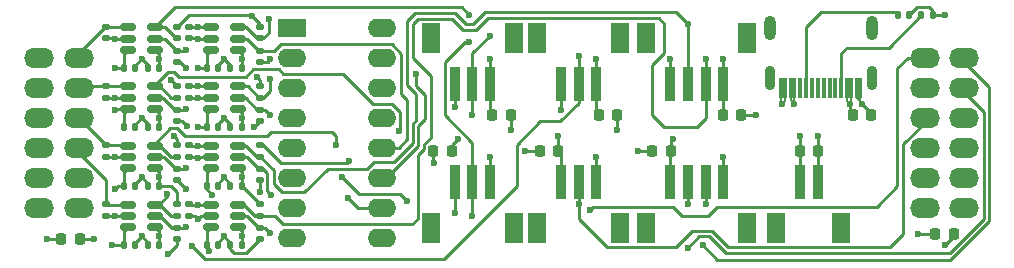
<source format=gbl>
G04 #@! TF.GenerationSoftware,KiCad,Pcbnew,7.0.9-7.0.9~ubuntu22.04.1*
G04 #@! TF.CreationDate,2023-11-24T17:50:00-08:00*
G04 #@! TF.ProjectId,pmod-level-conv-2,706d6f64-2d6c-4657-9665-6c2d636f6e76,rev?*
G04 #@! TF.SameCoordinates,Original*
G04 #@! TF.FileFunction,Copper,L4,Bot*
G04 #@! TF.FilePolarity,Positive*
%FSLAX46Y46*%
G04 Gerber Fmt 4.6, Leading zero omitted, Abs format (unit mm)*
G04 Created by KiCad (PCBNEW 7.0.9-7.0.9~ubuntu22.04.1) date 2023-11-24 17:50:00*
%MOMM*%
%LPD*%
G01*
G04 APERTURE LIST*
G04 Aperture macros list*
%AMRoundRect*
0 Rectangle with rounded corners*
0 $1 Rounding radius*
0 $2 $3 $4 $5 $6 $7 $8 $9 X,Y pos of 4 corners*
0 Add a 4 corners polygon primitive as box body*
4,1,4,$2,$3,$4,$5,$6,$7,$8,$9,$2,$3,0*
0 Add four circle primitives for the rounded corners*
1,1,$1+$1,$2,$3*
1,1,$1+$1,$4,$5*
1,1,$1+$1,$6,$7*
1,1,$1+$1,$8,$9*
0 Add four rect primitives between the rounded corners*
20,1,$1+$1,$2,$3,$4,$5,0*
20,1,$1+$1,$4,$5,$6,$7,0*
20,1,$1+$1,$6,$7,$8,$9,0*
20,1,$1+$1,$8,$9,$2,$3,0*%
G04 Aperture macros list end*
G04 #@! TA.AperFunction,ComponentPad*
%ADD10O,2.540000X1.700000*%
G04 #@! TD*
G04 #@! TA.AperFunction,ComponentPad*
%ADD11R,2.400000X1.600000*%
G04 #@! TD*
G04 #@! TA.AperFunction,ComponentPad*
%ADD12O,2.400000X1.600000*%
G04 #@! TD*
G04 #@! TA.AperFunction,SMDPad,CuDef*
%ADD13RoundRect,0.147500X-0.172500X0.147500X-0.172500X-0.147500X0.172500X-0.147500X0.172500X0.147500X0*%
G04 #@! TD*
G04 #@! TA.AperFunction,SMDPad,CuDef*
%ADD14RoundRect,0.150000X-0.512500X-0.150000X0.512500X-0.150000X0.512500X0.150000X-0.512500X0.150000X0*%
G04 #@! TD*
G04 #@! TA.AperFunction,SMDPad,CuDef*
%ADD15RoundRect,0.218750X-0.218750X-0.256250X0.218750X-0.256250X0.218750X0.256250X-0.218750X0.256250X0*%
G04 #@! TD*
G04 #@! TA.AperFunction,SMDPad,CuDef*
%ADD16RoundRect,0.218750X0.218750X0.256250X-0.218750X0.256250X-0.218750X-0.256250X0.218750X-0.256250X0*%
G04 #@! TD*
G04 #@! TA.AperFunction,SMDPad,CuDef*
%ADD17R,0.950000X3.000000*%
G04 #@! TD*
G04 #@! TA.AperFunction,SMDPad,CuDef*
%ADD18R,1.500000X2.500000*%
G04 #@! TD*
G04 #@! TA.AperFunction,SMDPad,CuDef*
%ADD19RoundRect,0.147500X0.147500X0.172500X-0.147500X0.172500X-0.147500X-0.172500X0.147500X-0.172500X0*%
G04 #@! TD*
G04 #@! TA.AperFunction,SMDPad,CuDef*
%ADD20RoundRect,0.147500X-0.147500X-0.172500X0.147500X-0.172500X0.147500X0.172500X-0.147500X0.172500X0*%
G04 #@! TD*
G04 #@! TA.AperFunction,SMDPad,CuDef*
%ADD21R,0.300000X1.750000*%
G04 #@! TD*
G04 #@! TA.AperFunction,ComponentPad*
%ADD22O,1.000000X2.100000*%
G04 #@! TD*
G04 #@! TA.AperFunction,ComponentPad*
%ADD23O,0.900000X2.100000*%
G04 #@! TD*
G04 #@! TA.AperFunction,ViaPad*
%ADD24C,0.600000*%
G04 #@! TD*
G04 #@! TA.AperFunction,Conductor*
%ADD25C,0.250000*%
G04 #@! TD*
G04 #@! TA.AperFunction,Conductor*
%ADD26C,0.200000*%
G04 #@! TD*
G04 APERTURE END LIST*
D10*
G04 #@! TO.P,J2,1,D0*
G04 #@! TO.N,/B1*
X127330000Y-93650000D03*
G04 #@! TO.P,J2,2,D1*
G04 #@! TO.N,/B2*
X127330000Y-96190000D03*
G04 #@! TO.P,J2,3,D2*
G04 #@! TO.N,/B3*
X127330000Y-98730000D03*
G04 #@! TO.P,J2,4,D3*
G04 #@! TO.N,/B4*
X127330000Y-101270000D03*
G04 #@! TO.P,J2,5,GND1*
G04 #@! TO.N,GND*
X127330000Y-103810000D03*
G04 #@! TO.P,J2,6,VCC1*
G04 #@! TO.N,VCC*
X127330000Y-106350000D03*
G04 #@! TO.P,J2,7,D4*
G04 #@! TO.N,/B5*
X130670000Y-93650000D03*
G04 #@! TO.P,J2,8,D5*
G04 #@! TO.N,/B6*
X130670000Y-96190000D03*
G04 #@! TO.P,J2,9,D6*
G04 #@! TO.N,/B7*
X130670000Y-98730000D03*
G04 #@! TO.P,J2,10,D7*
G04 #@! TO.N,/B8*
X130670000Y-101270000D03*
G04 #@! TO.P,J2,11,GND2*
G04 #@! TO.N,GND*
X130670000Y-103810000D03*
G04 #@! TO.P,J2,12,VCC2*
G04 #@! TO.N,VCC*
X130670000Y-106350000D03*
G04 #@! TD*
G04 #@! TO.P,J1,1,D0*
G04 #@! TO.N,/A1*
X55670000Y-93650000D03*
G04 #@! TO.P,J1,2,D1*
G04 #@! TO.N,/A2*
X55670000Y-96190000D03*
G04 #@! TO.P,J1,3,D2*
G04 #@! TO.N,/A3*
X55670000Y-98730000D03*
G04 #@! TO.P,J1,4,D3*
G04 #@! TO.N,/A4*
X55670000Y-101270000D03*
G04 #@! TO.P,J1,5,GND1*
G04 #@! TO.N,GND*
X55670000Y-103810000D03*
G04 #@! TO.P,J1,6,VCC1*
G04 #@! TO.N,+3.3V*
X55670000Y-106350000D03*
G04 #@! TO.P,J1,7,D4*
G04 #@! TO.N,/A5*
X52330000Y-93650000D03*
G04 #@! TO.P,J1,8,D5*
G04 #@! TO.N,/A6*
X52330000Y-96190000D03*
G04 #@! TO.P,J1,9,D6*
G04 #@! TO.N,/A7*
X52330000Y-98730000D03*
G04 #@! TO.P,J1,10,D7*
G04 #@! TO.N,/A8*
X52330000Y-101270000D03*
G04 #@! TO.P,J1,11,GND2*
G04 #@! TO.N,GND*
X52330000Y-103810000D03*
G04 #@! TO.P,J1,12,VCC2*
G04 #@! TO.N,+3.3V*
X52330000Y-106350000D03*
G04 #@! TD*
D11*
G04 #@! TO.P,SW1,1*
G04 #@! TO.N,+3.3V*
X73700000Y-91100000D03*
D12*
G04 #@! TO.P,SW1,2*
X73700000Y-93640000D03*
G04 #@! TO.P,SW1,3*
X73700000Y-96180000D03*
G04 #@! TO.P,SW1,4*
X73700000Y-98720000D03*
G04 #@! TO.P,SW1,5*
X73700000Y-101260000D03*
G04 #@! TO.P,SW1,6*
X73700000Y-103800000D03*
G04 #@! TO.P,SW1,7*
X73700000Y-106340000D03*
G04 #@! TO.P,SW1,8*
X73700000Y-108880000D03*
G04 #@! TO.P,SW1,9*
G04 #@! TO.N,/DIR8*
X81320000Y-108880000D03*
G04 #@! TO.P,SW1,10*
G04 #@! TO.N,/DIR7*
X81320000Y-106340000D03*
G04 #@! TO.P,SW1,11*
G04 #@! TO.N,/DIR6*
X81320000Y-103800000D03*
G04 #@! TO.P,SW1,12*
G04 #@! TO.N,/DIR5*
X81320000Y-101260000D03*
G04 #@! TO.P,SW1,13*
G04 #@! TO.N,/DIR4*
X81320000Y-98720000D03*
G04 #@! TO.P,SW1,14*
G04 #@! TO.N,/DIR3*
X81320000Y-96180000D03*
G04 #@! TO.P,SW1,15*
G04 #@! TO.N,/DIR2*
X81320000Y-93640000D03*
G04 #@! TO.P,SW1,16*
G04 #@! TO.N,/DIR1*
X81320000Y-91100000D03*
G04 #@! TD*
D13*
G04 #@! TO.P,R7,1*
G04 #@! TO.N,VCC*
X64000000Y-101015000D03*
G04 #@! TO.P,R7,2*
G04 #@! TO.N,/B3*
X64000000Y-101985000D03*
G04 #@! TD*
D14*
G04 #@! TO.P,U6,1,VCCA*
G04 #@! TO.N,+3.3V*
X66862500Y-97950000D03*
G04 #@! TO.P,U6,2,GND*
G04 #@! TO.N,GND*
X66862500Y-97000000D03*
G04 #@! TO.P,U6,3,A*
G04 #@! TO.N,/A6*
X66862500Y-96050000D03*
G04 #@! TO.P,U6,4,B*
G04 #@! TO.N,/B6*
X69137500Y-96050000D03*
G04 #@! TO.P,U6,5,DIR*
G04 #@! TO.N,/DIR6*
X69137500Y-97000000D03*
G04 #@! TO.P,U6,6,VCCB*
G04 #@! TO.N,VCC*
X69137500Y-97950000D03*
G04 #@! TD*
G04 #@! TO.P,U2,1,VCCA*
G04 #@! TO.N,+3.3V*
X59862500Y-97950000D03*
G04 #@! TO.P,U2,2,GND*
G04 #@! TO.N,GND*
X59862500Y-97000000D03*
G04 #@! TO.P,U2,3,A*
G04 #@! TO.N,/A2*
X59862500Y-96050000D03*
G04 #@! TO.P,U2,4,B*
G04 #@! TO.N,/B2*
X62137500Y-96050000D03*
G04 #@! TO.P,U2,5,DIR*
G04 #@! TO.N,/DIR2*
X62137500Y-97000000D03*
G04 #@! TO.P,U2,6,VCCB*
G04 #@! TO.N,VCC*
X62137500Y-97950000D03*
G04 #@! TD*
D15*
G04 #@! TO.P,C20,1*
G04 #@! TO.N,GND*
X94712500Y-101500000D03*
G04 #@! TO.P,C20,2*
G04 #@! TO.N,VCC*
X96287500Y-101500000D03*
G04 #@! TD*
D13*
G04 #@! TO.P,R19,1*
G04 #@! TO.N,VCC*
X71000000Y-101015000D03*
G04 #@! TO.P,R19,2*
G04 #@! TO.N,/B7*
X71000000Y-101985000D03*
G04 #@! TD*
D16*
G04 #@! TO.P,C23,1*
G04 #@! TO.N,GND*
X111787500Y-98500000D03*
G04 #@! TO.P,C23,2*
G04 #@! TO.N,VCC*
X110212500Y-98500000D03*
G04 #@! TD*
D15*
G04 #@! TO.P,C26,1*
G04 #@! TO.N,VCC*
X128212500Y-108500000D03*
G04 #@! TO.P,C26,2*
G04 #@! TO.N,GND*
X129787500Y-108500000D03*
G04 #@! TD*
D13*
G04 #@! TO.P,R16,1*
G04 #@! TO.N,VCC*
X71000000Y-96015000D03*
G04 #@! TO.P,R16,2*
G04 #@! TO.N,/B6*
X71000000Y-96985000D03*
G04 #@! TD*
D14*
G04 #@! TO.P,U1,1,VCCA*
G04 #@! TO.N,+3.3V*
X59862500Y-92950000D03*
G04 #@! TO.P,U1,2,GND*
G04 #@! TO.N,GND*
X59862500Y-92000000D03*
G04 #@! TO.P,U1,3,A*
G04 #@! TO.N,/A1*
X59862500Y-91050000D03*
G04 #@! TO.P,U1,4,B*
G04 #@! TO.N,/B1*
X62137500Y-91050000D03*
G04 #@! TO.P,U1,5,DIR*
G04 #@! TO.N,/DIR1*
X62137500Y-92000000D03*
G04 #@! TO.P,U1,6,VCCB*
G04 #@! TO.N,VCC*
X62137500Y-92950000D03*
G04 #@! TD*
D17*
G04 #@! TO.P,J3,1,Pin_1*
G04 #@! TO.N,GND*
X90500000Y-104133300D03*
G04 #@! TO.P,J3,2,Pin_2*
G04 #@! TO.N,/B1*
X89000000Y-104133300D03*
G04 #@! TO.P,J3,3,Pin_3*
G04 #@! TO.N,VCC*
X87500001Y-104133300D03*
D18*
G04 #@! TO.P,J3,NC*
G04 #@! TO.N,N/C*
X92500000Y-108033300D03*
X85500000Y-108033300D03*
G04 #@! TD*
D19*
G04 #@! TO.P,C16,1*
G04 #@! TO.N,VCC*
X69485000Y-109500000D03*
G04 #@! TO.P,C16,2*
G04 #@! TO.N,GND*
X68515000Y-109500000D03*
G04 #@! TD*
G04 #@! TO.P,C4,1*
G04 #@! TO.N,VCC*
X62485000Y-99500000D03*
G04 #@! TO.P,C4,2*
G04 #@! TO.N,GND*
X61515000Y-99500000D03*
G04 #@! TD*
D13*
G04 #@! TO.P,R23,1*
G04 #@! TO.N,/A8*
X65000000Y-106015000D03*
G04 #@! TO.P,R23,2*
G04 #@! TO.N,GND*
X65000000Y-106985000D03*
G04 #@! TD*
D19*
G04 #@! TO.P,C8,1*
G04 #@! TO.N,VCC*
X62485000Y-109500000D03*
G04 #@! TO.P,C8,2*
G04 #@! TO.N,GND*
X61515000Y-109500000D03*
G04 #@! TD*
D20*
G04 #@! TO.P,C7,1*
G04 #@! TO.N,+3.3V*
X59515000Y-109500000D03*
G04 #@! TO.P,C7,2*
G04 #@! TO.N,GND*
X60485000Y-109500000D03*
G04 #@! TD*
D13*
G04 #@! TO.P,R17,1*
G04 #@! TO.N,/A6*
X65000000Y-96015000D03*
G04 #@! TO.P,R17,2*
G04 #@! TO.N,GND*
X65000000Y-96985000D03*
G04 #@! TD*
D20*
G04 #@! TO.P,C5,1*
G04 #@! TO.N,+3.3V*
X59515000Y-104500000D03*
G04 #@! TO.P,C5,2*
G04 #@! TO.N,GND*
X60485000Y-104500000D03*
G04 #@! TD*
D13*
G04 #@! TO.P,R2,1*
G04 #@! TO.N,VCC*
X64000000Y-91015000D03*
G04 #@! TO.P,R2,2*
G04 #@! TO.N,/B1*
X64000000Y-91985000D03*
G04 #@! TD*
G04 #@! TO.P,R20,1*
G04 #@! TO.N,/A7*
X65000000Y-101015000D03*
G04 #@! TO.P,R20,2*
G04 #@! TO.N,GND*
X65000000Y-101985000D03*
G04 #@! TD*
G04 #@! TO.P,R1,1*
G04 #@! TO.N,/A1*
X58000000Y-91015000D03*
G04 #@! TO.P,R1,2*
G04 #@! TO.N,GND*
X58000000Y-91985000D03*
G04 #@! TD*
G04 #@! TO.P,R15,1*
G04 #@! TO.N,/DIR5*
X71000000Y-93015000D03*
G04 #@! TO.P,R15,2*
G04 #@! TO.N,GND*
X71000000Y-93985000D03*
G04 #@! TD*
G04 #@! TO.P,R22,1*
G04 #@! TO.N,VCC*
X71000000Y-106015000D03*
G04 #@! TO.P,R22,2*
G04 #@! TO.N,/B8*
X71000000Y-106985000D03*
G04 #@! TD*
D14*
G04 #@! TO.P,U8,1,VCCA*
G04 #@! TO.N,+3.3V*
X66916190Y-107950000D03*
G04 #@! TO.P,U8,2,GND*
G04 #@! TO.N,GND*
X66916190Y-107000000D03*
G04 #@! TO.P,U8,3,A*
G04 #@! TO.N,/A8*
X66916190Y-106050000D03*
G04 #@! TO.P,U8,4,B*
G04 #@! TO.N,/B8*
X69191190Y-106050000D03*
G04 #@! TO.P,U8,5,DIR*
G04 #@! TO.N,/DIR8*
X69191190Y-107000000D03*
G04 #@! TO.P,U8,6,VCCB*
G04 #@! TO.N,VCC*
X69191190Y-107950000D03*
G04 #@! TD*
D13*
G04 #@! TO.P,R21,1*
G04 #@! TO.N,/DIR7*
X71000000Y-103015000D03*
G04 #@! TO.P,R21,2*
G04 #@! TO.N,GND*
X71000000Y-103985000D03*
G04 #@! TD*
D20*
G04 #@! TO.P,C9,1*
G04 #@! TO.N,+3.3V*
X66515000Y-94500000D03*
G04 #@! TO.P,C9,2*
G04 #@! TO.N,GND*
X67485000Y-94500000D03*
G04 #@! TD*
D19*
G04 #@! TO.P,C2,1*
G04 #@! TO.N,VCC*
X62485000Y-94500000D03*
G04 #@! TO.P,C2,2*
G04 #@! TO.N,GND*
X61515000Y-94500000D03*
G04 #@! TD*
G04 #@! TO.P,C14,1*
G04 #@! TO.N,VCC*
X69485000Y-104500000D03*
G04 #@! TO.P,C14,2*
G04 #@! TO.N,GND*
X68515000Y-104500000D03*
G04 #@! TD*
D20*
G04 #@! TO.P,R26,1*
G04 #@! TO.N,Net-(J9-CC2)*
X127015000Y-90000000D03*
G04 #@! TO.P,R26,2*
G04 #@! TO.N,GND*
X127985000Y-90000000D03*
G04 #@! TD*
D13*
G04 #@! TO.P,R14,1*
G04 #@! TO.N,/A5*
X65000000Y-91015000D03*
G04 #@! TO.P,R14,2*
G04 #@! TO.N,GND*
X65000000Y-91985000D03*
G04 #@! TD*
D14*
G04 #@! TO.P,U3,1,VCCA*
G04 #@! TO.N,+3.3V*
X59862500Y-102950000D03*
G04 #@! TO.P,U3,2,GND*
G04 #@! TO.N,GND*
X59862500Y-102000000D03*
G04 #@! TO.P,U3,3,A*
G04 #@! TO.N,/A3*
X59862500Y-101050000D03*
G04 #@! TO.P,U3,4,B*
G04 #@! TO.N,/B3*
X62137500Y-101050000D03*
G04 #@! TO.P,U3,5,DIR*
G04 #@! TO.N,/DIR3*
X62137500Y-102000000D03*
G04 #@! TO.P,U3,6,VCCB*
G04 #@! TO.N,VCC*
X62137500Y-102950000D03*
G04 #@! TD*
D20*
G04 #@! TO.P,C3,1*
G04 #@! TO.N,+3.3V*
X59515000Y-99500000D03*
G04 #@! TO.P,C3,2*
G04 #@! TO.N,GND*
X60485000Y-99500000D03*
G04 #@! TD*
D21*
G04 #@! TO.P,J9,A1,GND*
G04 #@! TO.N,GND*
X115150000Y-96150000D03*
G04 #@! TO.P,J9,A4,VBUS*
G04 #@! TO.N,VCC*
X115950000Y-96150000D03*
G04 #@! TO.P,J9,A5,CC1*
G04 #@! TO.N,Net-(J9-CC1)*
X117250000Y-96150000D03*
G04 #@! TO.P,J9,A6,D+*
G04 #@! TO.N,unconnected-(J9-D+-PadA6)*
X118250000Y-96150000D03*
G04 #@! TO.P,J9,A7,D-*
G04 #@! TO.N,unconnected-(J9-D--PadA7)*
X118750000Y-96150000D03*
G04 #@! TO.P,J9,A8,SBU1*
G04 #@! TO.N,unconnected-(J9-SBU1-PadA8)*
X119750000Y-96150000D03*
G04 #@! TO.P,J9,A9,VBUS*
G04 #@! TO.N,VCC*
X121050000Y-96150000D03*
G04 #@! TO.P,J9,A12,GND*
G04 #@! TO.N,GND*
X121850000Y-96150000D03*
G04 #@! TO.P,J9,B1,GND*
X121550000Y-96150000D03*
G04 #@! TO.P,J9,B4,VBUS*
G04 #@! TO.N,VCC*
X120750000Y-96150000D03*
G04 #@! TO.P,J9,B5,CC2*
G04 #@! TO.N,Net-(J9-CC2)*
X120250000Y-96150000D03*
G04 #@! TO.P,J9,B6,D+*
G04 #@! TO.N,unconnected-(J9-D+-PadB6)*
X119250000Y-96150000D03*
G04 #@! TO.P,J9,B7,D-*
G04 #@! TO.N,unconnected-(J9-D--PadB7)*
X117750000Y-96150000D03*
G04 #@! TO.P,J9,B8,SBU2*
G04 #@! TO.N,unconnected-(J9-SBU2-PadB8)*
X116750000Y-96150000D03*
G04 #@! TO.P,J9,B9,VBUS*
G04 #@! TO.N,VCC*
X116250000Y-96150000D03*
G04 #@! TO.P,J9,B12,GND*
G04 #@! TO.N,GND*
X115450000Y-96150000D03*
D22*
G04 #@! TO.P,J9,S1,SHIELD*
X114180000Y-91130000D03*
D23*
X114180000Y-95310000D03*
D22*
X122820000Y-91130000D03*
D23*
X122820000Y-95310000D03*
G04 #@! TD*
D13*
G04 #@! TO.P,R12,1*
G04 #@! TO.N,/DIR4*
X64000000Y-108015000D03*
G04 #@! TO.P,R12,2*
G04 #@! TO.N,GND*
X64000000Y-108985000D03*
G04 #@! TD*
D19*
G04 #@! TO.P,C12,1*
G04 #@! TO.N,VCC*
X69485000Y-99500000D03*
G04 #@! TO.P,C12,2*
G04 #@! TO.N,GND*
X68515000Y-99500000D03*
G04 #@! TD*
D17*
G04 #@! TO.P,J7,1,Pin_1*
G04 #@! TO.N,GND*
X110250000Y-104133300D03*
G04 #@! TO.P,J7,2,Pin_2*
G04 #@! TO.N,/B5*
X108750000Y-104133300D03*
G04 #@! TO.P,J7,3,Pin_3*
G04 #@! TO.N,/B6*
X107250001Y-104133300D03*
G04 #@! TO.P,J7,4,Pin_4*
G04 #@! TO.N,VCC*
X105750001Y-104133300D03*
D18*
G04 #@! TO.P,J7,NC*
G04 #@! TO.N,N/C*
X112250000Y-108033300D03*
X103750000Y-108033300D03*
G04 #@! TD*
D19*
G04 #@! TO.P,C6,1*
G04 #@! TO.N,VCC*
X62485000Y-104500000D03*
G04 #@! TO.P,C6,2*
G04 #@! TO.N,GND*
X61515000Y-104500000D03*
G04 #@! TD*
D20*
G04 #@! TO.P,C13,1*
G04 #@! TO.N,+3.3V*
X66515000Y-104500000D03*
G04 #@! TO.P,C13,2*
G04 #@! TO.N,GND*
X67485000Y-104500000D03*
G04 #@! TD*
D15*
G04 #@! TO.P,C22,1*
G04 #@! TO.N,GND*
X104212500Y-101500000D03*
G04 #@! TO.P,C22,2*
G04 #@! TO.N,VCC*
X105787500Y-101500000D03*
G04 #@! TD*
D16*
G04 #@! TO.P,C21,1*
G04 #@! TO.N,GND*
X101287500Y-98500000D03*
G04 #@! TO.P,C21,2*
G04 #@! TO.N,VCC*
X99712500Y-98500000D03*
G04 #@! TD*
D19*
G04 #@! TO.P,C10,1*
G04 #@! TO.N,VCC*
X69485000Y-94500000D03*
G04 #@! TO.P,C10,2*
G04 #@! TO.N,GND*
X68515000Y-94500000D03*
G04 #@! TD*
D17*
G04 #@! TO.P,J10,1*
G04 #@! TO.N,GND*
X118250000Y-104133300D03*
G04 #@! TO.P,J10,2*
G04 #@! TO.N,VCC*
X116750000Y-104133300D03*
D18*
G04 #@! TO.P,J10,NC*
G04 #@! TO.N,N/C*
X120250000Y-108033300D03*
X114750000Y-108033300D03*
G04 #@! TD*
D14*
G04 #@! TO.P,U4,1,VCCA*
G04 #@! TO.N,+3.3V*
X59862500Y-107950000D03*
G04 #@! TO.P,U4,2,GND*
G04 #@! TO.N,GND*
X59862500Y-107000000D03*
G04 #@! TO.P,U4,3,A*
G04 #@! TO.N,/A4*
X59862500Y-106050000D03*
G04 #@! TO.P,U4,4,B*
G04 #@! TO.N,/B4*
X62137500Y-106050000D03*
G04 #@! TO.P,U4,5,DIR*
G04 #@! TO.N,/DIR4*
X62137500Y-107000000D03*
G04 #@! TO.P,U4,6,VCCB*
G04 #@! TO.N,VCC*
X62137500Y-107950000D03*
G04 #@! TD*
D13*
G04 #@! TO.P,R8,1*
G04 #@! TO.N,/A3*
X58000000Y-101015000D03*
G04 #@! TO.P,R8,2*
G04 #@! TO.N,GND*
X58000000Y-101985000D03*
G04 #@! TD*
D20*
G04 #@! TO.P,C1,1*
G04 #@! TO.N,+3.3V*
X59515000Y-94500000D03*
G04 #@! TO.P,C1,2*
G04 #@! TO.N,GND*
X60485000Y-94500000D03*
G04 #@! TD*
G04 #@! TO.P,C15,1*
G04 #@! TO.N,+3.3V*
X66515000Y-109500000D03*
G04 #@! TO.P,C15,2*
G04 #@! TO.N,GND*
X67485000Y-109500000D03*
G04 #@! TD*
D17*
G04 #@! TO.P,J6,1,Pin_1*
G04 #@! TO.N,GND*
X96500000Y-95866700D03*
G04 #@! TO.P,J6,2,Pin_2*
G04 #@! TO.N,/B4*
X98000000Y-95866700D03*
G04 #@! TO.P,J6,3,Pin_3*
G04 #@! TO.N,VCC*
X99499999Y-95866700D03*
D18*
G04 #@! TO.P,J6,NC*
G04 #@! TO.N,N/C*
X94500000Y-91966700D03*
X101500000Y-91966700D03*
G04 #@! TD*
D13*
G04 #@! TO.P,R10,1*
G04 #@! TO.N,VCC*
X64000000Y-106015000D03*
G04 #@! TO.P,R10,2*
G04 #@! TO.N,/B4*
X64000000Y-106985000D03*
G04 #@! TD*
D14*
G04 #@! TO.P,U7,1,VCCA*
G04 #@! TO.N,+3.3V*
X66862500Y-102950000D03*
G04 #@! TO.P,U7,2,GND*
G04 #@! TO.N,GND*
X66862500Y-102000000D03*
G04 #@! TO.P,U7,3,A*
G04 #@! TO.N,/A7*
X66862500Y-101050000D03*
G04 #@! TO.P,U7,4,B*
G04 #@! TO.N,/B7*
X69137500Y-101050000D03*
G04 #@! TO.P,U7,5,DIR*
G04 #@! TO.N,/DIR7*
X69137500Y-102000000D03*
G04 #@! TO.P,U7,6,VCCB*
G04 #@! TO.N,VCC*
X69137500Y-102950000D03*
G04 #@! TD*
D13*
G04 #@! TO.P,R4,1*
G04 #@! TO.N,VCC*
X64000000Y-96015000D03*
G04 #@! TO.P,R4,2*
G04 #@! TO.N,/B2*
X64000000Y-96985000D03*
G04 #@! TD*
G04 #@! TO.P,R18,1*
G04 #@! TO.N,/DIR6*
X71000000Y-98015000D03*
G04 #@! TO.P,R18,2*
G04 #@! TO.N,GND*
X71000000Y-98985000D03*
G04 #@! TD*
G04 #@! TO.P,R11,1*
G04 #@! TO.N,/A4*
X58000000Y-106015000D03*
G04 #@! TO.P,R11,2*
G04 #@! TO.N,GND*
X58000000Y-106985000D03*
G04 #@! TD*
G04 #@! TO.P,R3,1*
G04 #@! TO.N,/DIR1*
X64000000Y-93015000D03*
G04 #@! TO.P,R3,2*
G04 #@! TO.N,GND*
X64000000Y-93985000D03*
G04 #@! TD*
D17*
G04 #@! TO.P,J4,1,Pin_1*
G04 #@! TO.N,GND*
X87500000Y-95866700D03*
G04 #@! TO.P,J4,2,Pin_2*
G04 #@! TO.N,/B2*
X89000000Y-95866700D03*
G04 #@! TO.P,J4,3,Pin_3*
G04 #@! TO.N,VCC*
X90499999Y-95866700D03*
D18*
G04 #@! TO.P,J4,NC*
G04 #@! TO.N,N/C*
X85500000Y-91966700D03*
X92500000Y-91966700D03*
G04 #@! TD*
D13*
G04 #@! TO.P,R6,1*
G04 #@! TO.N,/DIR2*
X64000000Y-98015000D03*
G04 #@! TO.P,R6,2*
G04 #@! TO.N,GND*
X64000000Y-98985000D03*
G04 #@! TD*
G04 #@! TO.P,R13,1*
G04 #@! TO.N,VCC*
X71000000Y-91015000D03*
G04 #@! TO.P,R13,2*
G04 #@! TO.N,/B5*
X71000000Y-91985000D03*
G04 #@! TD*
D17*
G04 #@! TO.P,J5,1,Pin_1*
G04 #@! TO.N,GND*
X99500000Y-104133300D03*
G04 #@! TO.P,J5,2,Pin_2*
G04 #@! TO.N,/B3*
X98000000Y-104133300D03*
G04 #@! TO.P,J5,3,Pin_3*
G04 #@! TO.N,VCC*
X96500001Y-104133300D03*
D18*
G04 #@! TO.P,J5,NC*
G04 #@! TO.N,N/C*
X101500000Y-108033300D03*
X94500000Y-108033300D03*
G04 #@! TD*
D16*
G04 #@! TO.P,C19,1*
G04 #@! TO.N,GND*
X92287500Y-98500000D03*
G04 #@! TO.P,C19,2*
G04 #@! TO.N,VCC*
X90712500Y-98500000D03*
G04 #@! TD*
D15*
G04 #@! TO.P,C18,1*
G04 #@! TO.N,GND*
X85712500Y-101500000D03*
G04 #@! TO.P,C18,2*
G04 #@! TO.N,VCC*
X87287500Y-101500000D03*
G04 #@! TD*
G04 #@! TO.P,C17,1*
G04 #@! TO.N,VCC*
X121212500Y-98500000D03*
G04 #@! TO.P,C17,2*
G04 #@! TO.N,GND*
X122787500Y-98500000D03*
G04 #@! TD*
D20*
G04 #@! TO.P,C11,1*
G04 #@! TO.N,+3.3V*
X66515000Y-99500000D03*
G04 #@! TO.P,C11,2*
G04 #@! TO.N,GND*
X67485000Y-99500000D03*
G04 #@! TD*
D14*
G04 #@! TO.P,U5,1,VCCA*
G04 #@! TO.N,+3.3V*
X66862500Y-92950000D03*
G04 #@! TO.P,U5,2,GND*
G04 #@! TO.N,GND*
X66862500Y-92000000D03*
G04 #@! TO.P,U5,3,A*
G04 #@! TO.N,/A5*
X66862500Y-91050000D03*
G04 #@! TO.P,U5,4,B*
G04 #@! TO.N,/B5*
X69137500Y-91050000D03*
G04 #@! TO.P,U5,5,DIR*
G04 #@! TO.N,/DIR5*
X69137500Y-92000000D03*
G04 #@! TO.P,U5,6,VCCB*
G04 #@! TO.N,VCC*
X69137500Y-92950000D03*
G04 #@! TD*
D13*
G04 #@! TO.P,R5,1*
G04 #@! TO.N,/A2*
X58000000Y-96015000D03*
G04 #@! TO.P,R5,2*
G04 #@! TO.N,GND*
X58000000Y-96985000D03*
G04 #@! TD*
D20*
G04 #@! TO.P,R25,1*
G04 #@! TO.N,Net-(J9-CC1)*
X125015000Y-90010000D03*
G04 #@! TO.P,R25,2*
G04 #@! TO.N,GND*
X125985000Y-90010000D03*
G04 #@! TD*
D13*
G04 #@! TO.P,R24,1*
G04 #@! TO.N,/DIR8*
X71000000Y-108015000D03*
G04 #@! TO.P,R24,2*
G04 #@! TO.N,GND*
X71000000Y-108985000D03*
G04 #@! TD*
D17*
G04 #@! TO.P,J8,1,Pin_1*
G04 #@! TO.N,GND*
X105750000Y-95866700D03*
G04 #@! TO.P,J8,2,Pin_2*
G04 #@! TO.N,/B7*
X107250000Y-95866700D03*
G04 #@! TO.P,J8,3,Pin_3*
G04 #@! TO.N,/B8*
X108749999Y-95866700D03*
G04 #@! TO.P,J8,4,Pin_4*
G04 #@! TO.N,VCC*
X110249999Y-95866700D03*
D18*
G04 #@! TO.P,J8,NC*
G04 #@! TO.N,N/C*
X103750000Y-91966700D03*
X112250000Y-91966700D03*
G04 #@! TD*
D16*
G04 #@! TO.P,C25,1*
G04 #@! TO.N,+3.3V*
X55787500Y-109000000D03*
G04 #@! TO.P,C25,2*
G04 #@! TO.N,GND*
X54212500Y-109000000D03*
G04 #@! TD*
D13*
G04 #@! TO.P,R9,1*
G04 #@! TO.N,/DIR3*
X64000000Y-103015000D03*
G04 #@! TO.P,R9,2*
G04 #@! TO.N,GND*
X64000000Y-103985000D03*
G04 #@! TD*
D15*
G04 #@! TO.P,C24,1*
G04 #@! TO.N,VCC*
X116712500Y-101500000D03*
G04 #@! TO.P,C24,2*
G04 #@! TO.N,GND*
X118287500Y-101500000D03*
G04 #@! TD*
D24*
G04 #@! TO.N,+3.3V*
X58500000Y-109500000D03*
X67000000Y-105250000D03*
X58750000Y-94500000D03*
X66750000Y-110000000D03*
X65750000Y-94500000D03*
X58750000Y-104750000D03*
X57000000Y-109000000D03*
X65750000Y-99500000D03*
X58750000Y-98000000D03*
G04 #@! TO.N,GND*
X71905483Y-93757998D03*
X85750000Y-102500000D03*
X68000000Y-93750000D03*
X90500000Y-102000000D03*
X99500000Y-102000000D03*
X101250000Y-99750000D03*
X70500000Y-99500000D03*
X58750000Y-92000000D03*
X61000000Y-93750000D03*
X63250000Y-110250000D03*
X58750000Y-107000000D03*
X64842724Y-99433533D03*
X129000000Y-90000000D03*
X65750000Y-97000000D03*
X110250000Y-102000000D03*
X103000000Y-101500000D03*
X65750000Y-92000000D03*
X68000000Y-103750000D03*
X61000000Y-103750000D03*
X61000000Y-108750000D03*
X105750000Y-93750000D03*
X122000000Y-97500000D03*
X64750000Y-104750000D03*
X113000000Y-98500000D03*
X64750000Y-94500000D03*
X71000000Y-105000000D03*
X68000000Y-98750000D03*
X68000000Y-108750000D03*
X53000000Y-109000000D03*
X65750000Y-107250000D03*
X93500000Y-101500000D03*
X92250000Y-99750000D03*
X65748191Y-102099830D03*
X58750000Y-97000000D03*
X129000000Y-109500000D03*
X58750000Y-102000000D03*
X115250000Y-97500000D03*
X118250000Y-100250000D03*
X61000000Y-98750000D03*
X96500000Y-98000000D03*
X87500000Y-97750000D03*
G04 #@! TO.N,VCC*
X69485000Y-93750000D03*
X121000000Y-97500000D03*
X126750000Y-108500000D03*
X116750000Y-100250000D03*
X70750000Y-95250000D03*
X110250000Y-93750000D03*
X69485000Y-98750000D03*
X70333271Y-90083271D03*
X116250000Y-97500000D03*
X62485000Y-108750000D03*
X62485000Y-93750000D03*
X87500000Y-106750000D03*
X96250000Y-100250000D03*
X78551870Y-102325000D03*
X63500000Y-95500000D03*
X62485000Y-98750000D03*
X106000000Y-100500000D03*
X62485000Y-103750000D03*
X63750000Y-100250000D03*
X99500000Y-93750000D03*
X90500000Y-93750000D03*
X87750000Y-100500000D03*
X69485000Y-103750000D03*
X69485000Y-108750000D03*
G04 #@! TO.N,/A5*
X65767219Y-90984570D03*
G04 #@! TO.N,/A6*
X65767219Y-95984570D03*
G04 #@! TO.N,/A7*
X65767219Y-101050000D03*
G04 #@! TO.N,/A8*
X65750000Y-106050000D03*
G04 #@! TO.N,/B1*
X88750000Y-90000000D03*
X88750000Y-92250000D03*
X99000000Y-106500000D03*
X89000000Y-107000000D03*
G04 #@! TO.N,/B2*
X90500000Y-91750000D03*
X82831373Y-99843839D03*
X89000000Y-98500000D03*
G04 #@! TO.N,/B3*
X78000000Y-103750000D03*
X98000000Y-106000000D03*
X83500000Y-105750000D03*
X77500000Y-101000000D03*
G04 #@! TO.N,/B4*
X65250000Y-109525000D03*
X63152812Y-105175000D03*
X98000000Y-93500000D03*
G04 #@! TO.N,/B5*
X71778592Y-90301782D03*
X108750000Y-106000000D03*
X108500000Y-109500000D03*
G04 #@! TO.N,/B6*
X71888477Y-95384163D03*
X107250000Y-106000000D03*
X107250000Y-109750000D03*
G04 #@! TO.N,/B7*
X107250000Y-90750000D03*
G04 #@! TO.N,/B8*
X108750000Y-93750000D03*
G04 #@! TO.N,/DIR1*
X64750000Y-92975000D03*
G04 #@! TO.N,/DIR2*
X64750000Y-97975000D03*
G04 #@! TO.N,/DIR3*
X64750000Y-102975000D03*
G04 #@! TO.N,/DIR4*
X64750000Y-107975000D03*
G04 #@! TO.N,/DIR6*
X71870944Y-98450086D03*
X84274683Y-94979275D03*
G04 #@! TO.N,/DIR7*
X72000000Y-105250000D03*
X78500000Y-105500000D03*
G04 #@! TO.N,/DIR8*
X71908720Y-108473318D03*
G04 #@! TD*
D25*
G04 #@! TO.N,+3.3V*
X59862500Y-97950000D02*
X59515000Y-98297500D01*
X59862500Y-92950000D02*
X59515000Y-93297500D01*
X59515000Y-93297500D02*
X59515000Y-94500000D01*
X66515000Y-98297500D02*
X66515000Y-99500000D01*
X66515000Y-109500000D02*
X66515000Y-109765000D01*
X66862500Y-92950000D02*
X66515000Y-93297500D01*
X59515000Y-109500000D02*
X58500000Y-109500000D01*
X66862500Y-102950000D02*
X66515000Y-103297500D01*
X59000000Y-104500000D02*
X58750000Y-104750000D01*
X66916190Y-107950000D02*
X66515000Y-108351190D01*
X59862500Y-97950000D02*
X58800000Y-97950000D01*
X59862500Y-107950000D02*
X59515000Y-108297500D01*
X66515000Y-94500000D02*
X65750000Y-94500000D01*
X66862500Y-97950000D02*
X66515000Y-98297500D01*
X66515000Y-103297500D02*
X66515000Y-104500000D01*
X66515000Y-104765000D02*
X67000000Y-105250000D01*
X66515000Y-109765000D02*
X66750000Y-110000000D01*
X66515000Y-104500000D02*
X66515000Y-104765000D01*
X59515000Y-98297500D02*
X59515000Y-99500000D01*
X59515000Y-94500000D02*
X58750000Y-94500000D01*
X59862500Y-102950000D02*
X59515000Y-103297500D01*
X58800000Y-97950000D02*
X58750000Y-98000000D01*
X59515000Y-108297500D02*
X59515000Y-109500000D01*
X66515000Y-108351190D02*
X66515000Y-109500000D01*
X59515000Y-104500000D02*
X59000000Y-104500000D01*
X59515000Y-103297500D02*
X59515000Y-104500000D01*
X66515000Y-93297500D02*
X66515000Y-94500000D01*
X55787500Y-109000000D02*
X57000000Y-109000000D01*
X66515000Y-99500000D02*
X65750000Y-99500000D01*
D26*
G04 #@! TO.N,GND*
X121850000Y-97350000D02*
X122000000Y-97500000D01*
D25*
X67485000Y-94500000D02*
X67485000Y-94265000D01*
X68840001Y-110145000D02*
X68515000Y-109819999D01*
X65735000Y-96985000D02*
X65750000Y-97000000D01*
X58750000Y-102000000D02*
X59862500Y-102000000D01*
X65000000Y-106985000D02*
X65485000Y-106985000D01*
X111787500Y-98500000D02*
X113000000Y-98500000D01*
X90500000Y-104133300D02*
X90500000Y-102000000D01*
X61515000Y-99265000D02*
X61000000Y-98750000D01*
X105750000Y-95866700D02*
X105750000Y-93750000D01*
X71000000Y-99000000D02*
X70500000Y-99500000D01*
X58750000Y-92000000D02*
X59862500Y-92000000D01*
X68515000Y-94265000D02*
X68000000Y-93750000D01*
X66862500Y-102000000D02*
X65848021Y-102000000D01*
X61515000Y-99500000D02*
X61515000Y-99265000D01*
X85712500Y-102462500D02*
X85750000Y-102500000D01*
X87500000Y-95866700D02*
X87500000Y-97750000D01*
X65000000Y-96985000D02*
X65735000Y-96985000D01*
X60485000Y-94265000D02*
X61000000Y-93750000D01*
X71000000Y-103985000D02*
X71000000Y-105000000D01*
X58735000Y-101985000D02*
X58750000Y-102000000D01*
X92287500Y-98500000D02*
X92287500Y-99712500D01*
X64235000Y-93985000D02*
X64750000Y-94500000D01*
X61515000Y-104500000D02*
X61515000Y-104265000D01*
X58000000Y-96985000D02*
X58735000Y-96985000D01*
X127985000Y-90000000D02*
X129000000Y-90000000D01*
X65485000Y-106985000D02*
X65750000Y-107250000D01*
X60485000Y-109265000D02*
X61000000Y-108750000D01*
X69840000Y-110145000D02*
X68840001Y-110145000D01*
X65750000Y-97000000D02*
X66862500Y-97000000D01*
X64000000Y-109500000D02*
X63250000Y-110250000D01*
X60485000Y-99500000D02*
X60485000Y-99265000D01*
X101287500Y-98500000D02*
X101287500Y-99712500D01*
X129787500Y-108712500D02*
X129000000Y-109500000D01*
X125985000Y-90010000D02*
X126640000Y-89355000D01*
X60485000Y-94500000D02*
X60485000Y-94265000D01*
X60485000Y-99265000D02*
X61000000Y-98750000D01*
X58735000Y-96985000D02*
X58750000Y-97000000D01*
X68515000Y-94500000D02*
X68515000Y-94265000D01*
D26*
X115450000Y-97300000D02*
X115250000Y-97500000D01*
D25*
X127985000Y-89680001D02*
X127985000Y-90000000D01*
X68515000Y-99265000D02*
X68000000Y-98750000D01*
X64000000Y-108985000D02*
X64000000Y-109500000D01*
X71000000Y-93985000D02*
X71678481Y-93985000D01*
X61515000Y-109500000D02*
X61515000Y-109265000D01*
X58000000Y-106985000D02*
X58735000Y-106985000D01*
X110250000Y-104133300D02*
X110250000Y-102000000D01*
X64000000Y-93985000D02*
X64235000Y-93985000D01*
X61515000Y-94265000D02*
X61000000Y-93750000D01*
X68515000Y-104265000D02*
X68000000Y-103750000D01*
D26*
X101287500Y-99712500D02*
X101250000Y-99750000D01*
D25*
X67485000Y-99500000D02*
X67485000Y-99265000D01*
X67485000Y-109500000D02*
X67485000Y-109265000D01*
X71000000Y-108985000D02*
X69840000Y-110145000D01*
X60485000Y-109500000D02*
X60485000Y-109265000D01*
X58750000Y-97000000D02*
X59862500Y-97000000D01*
X61515000Y-109265000D02*
X61000000Y-108750000D01*
X65000000Y-101985000D02*
X65633361Y-101985000D01*
D26*
X115450000Y-96150000D02*
X115450000Y-97300000D01*
D25*
X65750000Y-107250000D02*
X66000000Y-107000000D01*
X54212500Y-109000000D02*
X53000000Y-109000000D01*
X58750000Y-107000000D02*
X59862500Y-107000000D01*
X64000000Y-98985000D02*
X64394191Y-98985000D01*
X64394191Y-98985000D02*
X64842724Y-99433533D01*
X68515000Y-109500000D02*
X68515000Y-109265000D01*
X71678481Y-93985000D02*
X71905483Y-93757998D01*
X122787500Y-98500000D02*
X122787500Y-98287500D01*
D26*
X121550000Y-96150000D02*
X121550000Y-97050000D01*
D25*
X58000000Y-91985000D02*
X58735000Y-91985000D01*
X58000000Y-101985000D02*
X58735000Y-101985000D01*
X66000000Y-107000000D02*
X66916190Y-107000000D01*
X85712500Y-101500000D02*
X85712500Y-102462500D01*
X118287500Y-101500000D02*
X118287500Y-100287500D01*
X60485000Y-104500000D02*
X60485000Y-104265000D01*
X67485000Y-109265000D02*
X68000000Y-108750000D01*
X68515000Y-109265000D02*
X68000000Y-108750000D01*
X68515000Y-99500000D02*
X68515000Y-99265000D01*
X65000000Y-91985000D02*
X65735000Y-91985000D01*
D26*
X121550000Y-97050000D02*
X122000000Y-97500000D01*
D25*
X68515000Y-109819999D02*
X68515000Y-109500000D01*
X65633361Y-101985000D02*
X65748191Y-102099830D01*
X67485000Y-104265000D02*
X68000000Y-103750000D01*
X94712500Y-101500000D02*
X93500000Y-101500000D01*
X118250000Y-104133300D02*
X118250000Y-101537500D01*
X126640000Y-89355000D02*
X127659999Y-89355000D01*
X65848021Y-102000000D02*
X65748191Y-102099830D01*
X127659999Y-89355000D02*
X127985000Y-89680001D01*
X122787500Y-98287500D02*
X122000000Y-97500000D01*
X99500000Y-104133300D02*
X99500000Y-102000000D01*
X65750000Y-92000000D02*
X66862500Y-92000000D01*
X68515000Y-104500000D02*
X68515000Y-104265000D01*
D26*
X121850000Y-96150000D02*
X121850000Y-97350000D01*
D25*
X67485000Y-94265000D02*
X68000000Y-93750000D01*
D26*
X118287500Y-100287500D02*
X118250000Y-100250000D01*
X115150000Y-97400000D02*
X115250000Y-97500000D01*
D25*
X67485000Y-99265000D02*
X68000000Y-98750000D01*
X58735000Y-106985000D02*
X58750000Y-107000000D01*
X58735000Y-91985000D02*
X58750000Y-92000000D01*
X61515000Y-94500000D02*
X61515000Y-94265000D01*
X104212500Y-101500000D02*
X103000000Y-101500000D01*
X61515000Y-104265000D02*
X61000000Y-103750000D01*
X60485000Y-104265000D02*
X61000000Y-103750000D01*
X64000000Y-104000000D02*
X64750000Y-104750000D01*
X96500000Y-95866700D02*
X96500000Y-98000000D01*
X67485000Y-104500000D02*
X67485000Y-104265000D01*
X65735000Y-91985000D02*
X65750000Y-92000000D01*
X92287500Y-99712500D02*
X92250000Y-99750000D01*
D26*
X115150000Y-96150000D02*
X115150000Y-97400000D01*
D25*
G04 #@! TO.N,VCC*
X87500001Y-104133300D02*
X87500000Y-106750000D01*
X62137500Y-107950000D02*
X62485000Y-108297500D01*
X71000000Y-90750000D02*
X70333271Y-90083271D01*
X69137500Y-97950000D02*
X69485000Y-98297500D01*
X69485000Y-109500000D02*
X69485000Y-108750000D01*
X69191190Y-107950000D02*
X69485000Y-108243810D01*
D26*
X96287500Y-100287500D02*
X96250000Y-100250000D01*
D25*
X62485000Y-109500000D02*
X62485000Y-108750000D01*
X62485000Y-103297500D02*
X62137500Y-102950000D01*
D26*
X121050000Y-96150000D02*
X121050000Y-97450000D01*
D25*
X116712500Y-101500000D02*
X116712500Y-100287500D01*
X65015000Y-90000000D02*
X70250000Y-90000000D01*
X63500000Y-104500000D02*
X62485000Y-104500000D01*
X62485000Y-98297500D02*
X62485000Y-98750000D01*
D26*
X115950000Y-96150000D02*
X115950000Y-97200000D01*
D25*
X70250000Y-90000000D02*
X70333271Y-90083271D01*
X96287500Y-101500000D02*
X96287500Y-100287500D01*
X71000000Y-106015000D02*
X69485000Y-104500000D01*
X99499999Y-95866700D02*
X99500000Y-93750000D01*
X62485000Y-104500000D02*
X62485000Y-103750000D01*
D26*
X116712500Y-100287500D02*
X116750000Y-100250000D01*
D25*
X62485000Y-93297500D02*
X62485000Y-93750000D01*
X71000000Y-95500000D02*
X70750000Y-95250000D01*
X121000000Y-97500000D02*
X121000000Y-98287500D01*
X90499999Y-95866700D02*
X90500000Y-93750000D01*
X69485000Y-103297500D02*
X69485000Y-103750000D01*
X105750001Y-104133300D02*
X105750001Y-101537499D01*
X69485000Y-108243810D02*
X69485000Y-108750000D01*
X71000000Y-91015000D02*
X71000000Y-90750000D01*
D26*
X120750000Y-97250000D02*
X121000000Y-97500000D01*
D25*
X90499999Y-95866700D02*
X90499999Y-98287499D01*
D26*
X116250000Y-96150000D02*
X116250000Y-97500000D01*
D25*
X62485000Y-99500000D02*
X62485000Y-98750000D01*
X64000000Y-100500000D02*
X63750000Y-100250000D01*
X62137500Y-92950000D02*
X62485000Y-93297500D01*
X69485000Y-104500000D02*
X69485000Y-103750000D01*
X110249999Y-95866700D02*
X110250000Y-93750000D01*
X64000000Y-91015000D02*
X65015000Y-90000000D01*
X69485000Y-93297500D02*
X69485000Y-94500000D01*
X71319999Y-101015000D02*
X72804999Y-102500000D01*
X71000000Y-101015000D02*
X71319999Y-101015000D01*
X116750000Y-104133300D02*
X116750000Y-101537500D01*
X71000000Y-96015000D02*
X71000000Y-95500000D01*
D26*
X121050000Y-97450000D02*
X121000000Y-97500000D01*
D25*
X62485000Y-93750000D02*
X62485000Y-94500000D01*
X69137500Y-102950000D02*
X69485000Y-103297500D01*
X64000000Y-101015000D02*
X64000000Y-100500000D01*
X62485000Y-108297500D02*
X62485000Y-108750000D01*
X64000000Y-105000000D02*
X63500000Y-104500000D01*
X87287500Y-101500000D02*
X87287500Y-100962500D01*
X64000000Y-96000000D02*
X63500000Y-95500000D01*
X128212500Y-108500000D02*
X126750000Y-108500000D01*
D26*
X120750000Y-96150000D02*
X120750000Y-97250000D01*
D25*
X105787500Y-100712500D02*
X106000000Y-100500000D01*
X72804999Y-102500000D02*
X78376870Y-102500000D01*
D26*
X115950000Y-97200000D02*
X116250000Y-97500000D01*
D25*
X64000000Y-106015000D02*
X64000000Y-105000000D01*
X99499999Y-95866700D02*
X99499999Y-98287499D01*
X121000000Y-98287500D02*
X121212500Y-98500000D01*
X96500001Y-104133300D02*
X96500001Y-101712501D01*
X69485000Y-98297500D02*
X69485000Y-98750000D01*
X110249999Y-95866700D02*
X110249999Y-98462501D01*
X87287500Y-100962500D02*
X87750000Y-100500000D01*
X78376870Y-102500000D02*
X78551870Y-102325000D01*
X62485000Y-103750000D02*
X62485000Y-103297500D01*
X69137500Y-92950000D02*
X69485000Y-93297500D01*
X105787500Y-101500000D02*
X105787500Y-100712500D01*
X62137500Y-97950000D02*
X62485000Y-98297500D01*
X69485000Y-99500000D02*
X69485000Y-98750000D01*
G04 #@! TO.N,/A1*
X58000000Y-91015000D02*
X59827500Y-91015000D01*
X55271986Y-93650000D02*
X57906986Y-91015000D01*
G04 #@! TO.N,/A2*
X55445000Y-96015000D02*
X58000000Y-96015000D01*
X59862500Y-96050000D02*
X58035000Y-96050000D01*
G04 #@! TO.N,/A3*
X58000000Y-101015000D02*
X59827500Y-101015000D01*
X55715000Y-98730000D02*
X58000000Y-101015000D01*
G04 #@! TO.N,/A4*
X55282412Y-101270000D02*
X58000000Y-103987588D01*
X58000000Y-103987588D02*
X58000000Y-106015000D01*
X59862500Y-106050000D02*
X58035000Y-106050000D01*
G04 #@! TO.N,/A5*
X66862500Y-91050000D02*
X65832649Y-91050000D01*
X65035000Y-91050000D02*
X65701789Y-91050000D01*
X65832649Y-91050000D02*
X65767219Y-90984570D01*
X65701789Y-91050000D02*
X65767219Y-90984570D01*
G04 #@! TO.N,/A6*
X66862500Y-96050000D02*
X65832649Y-96050000D01*
X65701789Y-96050000D02*
X65767219Y-95984570D01*
X65035000Y-96050000D02*
X65701789Y-96050000D01*
X65832649Y-96050000D02*
X65767219Y-95984570D01*
G04 #@! TO.N,/A7*
X66862500Y-101050000D02*
X65767219Y-101050000D01*
X65035000Y-101050000D02*
X65767219Y-101050000D01*
G04 #@! TO.N,/A8*
X66916190Y-106050000D02*
X65035000Y-106050000D01*
G04 #@! TO.N,/B1*
X89000000Y-104133300D02*
X89000000Y-107000000D01*
X127730000Y-93650000D02*
X125850000Y-93650000D01*
X89000000Y-100795405D02*
X89000000Y-104133300D01*
X86650000Y-93991700D02*
X86650000Y-98445405D01*
X125000000Y-104500000D02*
X123250000Y-106250000D01*
X106000000Y-106250000D02*
X99250000Y-106250000D01*
X125000000Y-94500000D02*
X125000000Y-104500000D01*
X62137500Y-91050000D02*
X63845800Y-89341700D01*
X88750000Y-92250000D02*
X88391700Y-92250000D01*
X109000000Y-107000000D02*
X109750000Y-106250000D01*
X123250000Y-106250000D02*
X109750000Y-106250000D01*
X88091700Y-89341700D02*
X88750000Y-90000000D01*
X106750000Y-107000000D02*
X106000000Y-106250000D01*
X125850000Y-93650000D02*
X125000000Y-94500000D01*
X62137500Y-91050000D02*
X62971986Y-91050000D01*
X62971986Y-91050000D02*
X63906986Y-91985000D01*
X88391700Y-92250000D02*
X86650000Y-93991700D01*
X109000000Y-107000000D02*
X106750000Y-107000000D01*
X99250000Y-106250000D02*
X99000000Y-106500000D01*
X63845800Y-89341700D02*
X88091700Y-89341700D01*
X86650000Y-98445405D02*
X89000000Y-100795405D01*
G04 #@! TO.N,/B2*
X63779595Y-94825000D02*
X63220405Y-94825000D01*
X69825000Y-95220405D02*
X64175000Y-95220405D01*
X62596618Y-96050000D02*
X63531618Y-96985000D01*
X90500000Y-91750000D02*
X89000000Y-93250000D01*
X82220299Y-97500000D02*
X80578299Y-97500000D01*
X73003299Y-95005000D02*
X72603299Y-94605000D01*
X63531618Y-96985000D02*
X64000000Y-96985000D01*
X80578299Y-97500000D02*
X78083299Y-95005000D01*
X63220405Y-94825000D02*
X62137500Y-95907905D01*
X72603299Y-94605000D02*
X70627696Y-94605000D01*
X64175000Y-95220405D02*
X63779595Y-94825000D01*
X89000000Y-93250000D02*
X89000000Y-95866700D01*
X82895000Y-98174701D02*
X82220299Y-97500000D01*
X70470405Y-94575000D02*
X69825000Y-95220405D01*
X89000000Y-95866700D02*
X89000000Y-98500000D01*
X82895000Y-99780216D02*
X82895000Y-98174701D01*
X82831373Y-99843839D02*
X82895000Y-99780216D01*
X70627696Y-94605000D02*
X70597696Y-94575000D01*
X78083299Y-95005000D02*
X73003299Y-95005000D01*
X70597696Y-94575000D02*
X70470405Y-94575000D01*
G04 #@! TO.N,/B3*
X125500000Y-100947588D02*
X127717588Y-98730000D01*
X63531618Y-101985000D02*
X64000000Y-101985000D01*
X71615000Y-100275000D02*
X71995000Y-99895000D01*
X110640713Y-109658300D02*
X124341700Y-109658300D01*
X77145000Y-99895000D02*
X77500000Y-100250000D01*
X106245684Y-109658300D02*
X107628984Y-108275000D01*
X78000000Y-103750000D02*
X79415000Y-105165000D01*
X77500000Y-100250000D02*
X77500000Y-101000000D01*
X64675000Y-100275000D02*
X71615000Y-100275000D01*
X98000000Y-107283300D02*
X100375000Y-109658300D01*
X107628984Y-108275000D02*
X109257413Y-108275000D01*
X62596618Y-101050000D02*
X63531618Y-101985000D01*
X124341700Y-109658300D02*
X125500000Y-108500000D01*
X62137500Y-100907905D02*
X63440405Y-99605000D01*
X79415000Y-105165000D02*
X82915000Y-105165000D01*
X71995000Y-99895000D02*
X77145000Y-99895000D01*
X100375000Y-109658300D02*
X106245684Y-109658300D01*
X64005000Y-99605000D02*
X64675000Y-100275000D01*
X98000000Y-106000000D02*
X98000000Y-107283300D01*
X82915000Y-105165000D02*
X83500000Y-105750000D01*
X109257413Y-108275000D02*
X110640713Y-109658300D01*
X63440405Y-99605000D02*
X64005000Y-99605000D01*
X98000000Y-106000000D02*
X98000000Y-104133300D01*
X125500000Y-108500000D02*
X125500000Y-100947588D01*
G04 #@! TO.N,/B4*
X98000000Y-96891700D02*
X98000000Y-97454595D01*
X62450000Y-106050000D02*
X63152812Y-105347188D01*
X62596618Y-106050000D02*
X63531618Y-106985000D01*
X98000000Y-97454595D02*
X96454595Y-99000000D01*
X92750000Y-104500000D02*
X86575000Y-110675000D01*
X94750000Y-99000000D02*
X92750000Y-101000000D01*
X66400000Y-110675000D02*
X65250000Y-109525000D01*
X92750000Y-101000000D02*
X92750000Y-104500000D01*
X86575000Y-110675000D02*
X66400000Y-110675000D01*
X98000000Y-93500000D02*
X98000000Y-95866700D01*
X96454595Y-99000000D02*
X94750000Y-99000000D01*
X63531618Y-106985000D02*
X64000000Y-106985000D01*
X63152812Y-105347188D02*
X63152812Y-105175000D01*
G04 #@! TO.N,/B5*
X70734999Y-91985000D02*
X71000000Y-91985000D01*
X71000000Y-91985000D02*
X71319999Y-91985000D01*
X71319999Y-91985000D02*
X71778592Y-91526407D01*
X69137500Y-91050000D02*
X69799999Y-91050000D01*
X108750000Y-106000000D02*
X108750000Y-104133300D01*
X109750000Y-110750000D02*
X108500000Y-109500000D01*
X71778592Y-91526407D02*
X71778592Y-90301782D01*
X69799999Y-91050000D02*
X70734999Y-91985000D01*
X130270000Y-93650000D02*
X132740000Y-96120000D01*
X132740000Y-96120000D02*
X132740000Y-107469292D01*
X109750000Y-110750000D02*
X129459292Y-110750000D01*
X132740000Y-107469292D02*
X129459292Y-110750000D01*
G04 #@! TO.N,/B6*
X110443961Y-110133300D02*
X109060661Y-108750000D01*
X107250000Y-109689339D02*
X107250000Y-109750000D01*
X69137500Y-96050000D02*
X69971986Y-96050000D01*
X130270000Y-96190000D02*
X132290000Y-98210000D01*
X108189339Y-108750000D02*
X107250000Y-109689339D01*
X71319999Y-96985000D02*
X71888477Y-96416522D01*
X107250000Y-106000000D02*
X107250001Y-104133300D01*
X69971986Y-96050000D02*
X70906986Y-96985000D01*
X132290000Y-107282896D02*
X129439596Y-110133300D01*
X129439596Y-110133300D02*
X110443961Y-110133300D01*
X71888477Y-96416522D02*
X71888477Y-95384163D01*
X109060661Y-108750000D02*
X108189339Y-108750000D01*
X71000000Y-96985000D02*
X71319999Y-96985000D01*
X132290000Y-98210000D02*
X132290000Y-107282896D01*
G04 #@! TO.N,/B7*
X87495684Y-89841700D02*
X88428984Y-90775000D01*
X69799999Y-101050000D02*
X70734999Y-101985000D01*
X82368123Y-102435000D02*
X83950000Y-100853123D01*
X107250000Y-90750000D02*
X107250000Y-95866700D01*
X84275000Y-98891720D02*
X84275000Y-96721877D01*
X83950000Y-99216720D02*
X84275000Y-98891720D01*
X83500000Y-90509593D02*
X84167893Y-89841700D01*
X89071016Y-90775000D02*
X90096016Y-89750000D01*
X69137500Y-101050000D02*
X69799999Y-101050000D01*
X80694010Y-102435000D02*
X82368123Y-102435000D01*
X72175000Y-104265990D02*
X72909010Y-105000000D01*
X72175000Y-103160000D02*
X72175000Y-104265990D01*
X80129010Y-103000000D02*
X80694010Y-102435000D01*
X71000000Y-101985000D02*
X72175000Y-103160000D01*
X88428984Y-90775000D02*
X89071016Y-90775000D01*
X106250000Y-89750000D02*
X107250000Y-90750000D01*
X83950000Y-100853123D02*
X83950000Y-99216720D01*
X83500000Y-95946877D02*
X83500000Y-90509593D01*
X84275000Y-96721877D02*
X83500000Y-95946877D01*
X84167893Y-89841700D02*
X87495684Y-89841700D01*
X76750000Y-103000000D02*
X80129010Y-103000000D01*
X90096016Y-89750000D02*
X106250000Y-89750000D01*
X74750000Y-105000000D02*
X76750000Y-103000000D01*
X70734999Y-101985000D02*
X71000000Y-101985000D01*
X72909010Y-105000000D02*
X74750000Y-105000000D01*
G04 #@! TO.N,/B8*
X108000000Y-99500000D02*
X105250000Y-99500000D01*
X108749999Y-95866700D02*
X108750000Y-98750000D01*
X104250000Y-98500000D02*
X104250000Y-94250000D01*
X105250000Y-90716700D02*
X104783300Y-90250000D01*
X89278122Y-91275000D02*
X88221878Y-91275000D01*
X104783300Y-90250000D02*
X90303122Y-90250000D01*
X108749999Y-95866700D02*
X108750000Y-93750000D01*
X84900000Y-101327106D02*
X84375000Y-101852107D01*
X88221878Y-91275000D02*
X87288578Y-90341700D01*
X69650308Y-106050000D02*
X70585308Y-106985000D01*
X84375000Y-107250000D02*
X83920000Y-107705000D01*
X108750000Y-98750000D02*
X108000000Y-99500000D01*
X84375000Y-90341700D02*
X84000000Y-90716700D01*
X84000000Y-90716700D02*
X84000000Y-93608576D01*
X104250000Y-94250000D02*
X105250000Y-93250000D01*
X73003299Y-107705000D02*
X72283299Y-106985000D01*
X85525000Y-100366748D02*
X84900000Y-100991748D01*
X84900000Y-100991748D02*
X84900000Y-101327106D01*
X83920000Y-107705000D02*
X73003299Y-107705000D01*
X84000000Y-93608576D02*
X85525000Y-95133576D01*
X84375000Y-101852107D02*
X84375000Y-107250000D01*
X87288578Y-90341700D02*
X84375000Y-90341700D01*
X105250000Y-99500000D02*
X104250000Y-98500000D01*
X85525000Y-95133576D02*
X85525000Y-100366748D01*
X105250000Y-93250000D02*
X105250000Y-90716700D01*
X70585308Y-106985000D02*
X71000000Y-106985000D01*
X90303122Y-90250000D02*
X89278122Y-91275000D01*
X72283299Y-106985000D02*
X71000000Y-106985000D01*
G04 #@! TO.N,Net-(J9-CC1)*
X118495000Y-89755000D02*
X117250000Y-91000000D01*
X124760000Y-89755000D02*
X118495000Y-89755000D01*
X125015000Y-90010000D02*
X124760000Y-89755000D01*
X117250000Y-91000000D02*
X117250000Y-96150000D01*
G04 #@! TO.N,Net-(J9-CC2)*
X124265000Y-92750000D02*
X120750000Y-92750000D01*
X127015000Y-90000000D02*
X124265000Y-92750000D01*
X120250000Y-93250000D02*
X120250000Y-96150000D01*
X120750000Y-92750000D02*
X120250000Y-93250000D01*
G04 #@! TO.N,/DIR1*
X64000000Y-93015000D02*
X64710000Y-93015000D01*
X62137500Y-92000000D02*
X62951986Y-92000000D01*
X62951986Y-92000000D02*
X63966986Y-93015000D01*
X64710000Y-93015000D02*
X64750000Y-92975000D01*
G04 #@! TO.N,/DIR2*
X64710000Y-98015000D02*
X64750000Y-97975000D01*
X62839512Y-97000000D02*
X63854512Y-98015000D01*
X64000000Y-98015000D02*
X64710000Y-98015000D01*
X62137500Y-97000000D02*
X62839512Y-97000000D01*
G04 #@! TO.N,/DIR3*
X62874866Y-102000000D02*
X63889866Y-103015000D01*
X64710000Y-103015000D02*
X64750000Y-102975000D01*
X64000000Y-103015000D02*
X64710000Y-103015000D01*
X62137500Y-102000000D02*
X62874866Y-102000000D01*
G04 #@! TO.N,/DIR4*
X63611618Y-108015000D02*
X62596618Y-107000000D01*
X64000000Y-108015000D02*
X63611618Y-108015000D01*
X64000000Y-108015000D02*
X64710000Y-108015000D01*
X64710000Y-108015000D02*
X64750000Y-107975000D01*
G04 #@! TO.N,/DIR5*
X83000000Y-93258299D02*
X83000000Y-96725000D01*
X72235000Y-93015000D02*
X72785000Y-92465000D01*
X82770000Y-101260000D02*
X81320000Y-101260000D01*
X72785000Y-92465000D02*
X82206701Y-92465000D01*
X71000000Y-93015000D02*
X72235000Y-93015000D01*
X82206701Y-92465000D02*
X83000000Y-93258299D01*
X83000000Y-96725000D02*
X83500000Y-97225000D01*
X83500000Y-100530000D02*
X82770000Y-101260000D01*
X83500000Y-97225000D02*
X83500000Y-100530000D01*
X69137500Y-92000000D02*
X69951986Y-92000000D01*
X69951986Y-92000000D02*
X70966986Y-93015000D01*
G04 #@! TO.N,/DIR6*
X69799999Y-97000000D02*
X70814999Y-98015000D01*
X71870944Y-98450086D02*
X71435858Y-98015000D01*
X71435858Y-98015000D02*
X71000000Y-98015000D01*
X84400000Y-101120000D02*
X81720000Y-103800000D01*
X84274683Y-96014454D02*
X85025000Y-96764771D01*
X84274683Y-94979275D02*
X84274683Y-96014454D01*
X85025000Y-96764771D02*
X85025000Y-98778116D01*
X69137500Y-97000000D02*
X69799999Y-97000000D01*
X84400000Y-99403116D02*
X84400000Y-101120000D01*
X85025000Y-98778116D02*
X84400000Y-99403116D01*
G04 #@! TO.N,/DIR7*
X79340000Y-106340000D02*
X81320000Y-106340000D01*
X71000000Y-103015000D02*
X71319999Y-103015000D01*
X69137500Y-102000000D02*
X69951986Y-102000000D01*
X69951986Y-102000000D02*
X70966986Y-103015000D01*
X71645000Y-104895000D02*
X72000000Y-105250000D01*
X71319999Y-103015000D02*
X71645000Y-103340001D01*
X71645000Y-103340001D02*
X71645000Y-104895000D01*
X78500000Y-105500000D02*
X79340000Y-106340000D01*
G04 #@! TO.N,/DIR8*
X69893202Y-107000000D02*
X70908202Y-108015000D01*
X71450402Y-108015000D02*
X71000000Y-108015000D01*
X71908720Y-108473318D02*
X71450402Y-108015000D01*
X69191190Y-107000000D02*
X69893202Y-107000000D01*
G04 #@! TD*
M02*

</source>
